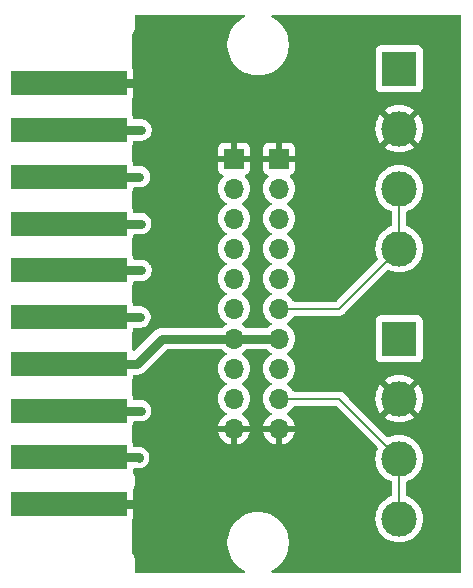
<source format=gtl>
G04 #@! TF.GenerationSoftware,KiCad,Pcbnew,8.0.3*
G04 #@! TF.CreationDate,2024-06-20T09:06:03+12:00*
G04 #@! TF.ProjectId,crt_card_edge_adapter,6372745f-6361-4726-945f-656467655f61,rev?*
G04 #@! TF.SameCoordinates,Original*
G04 #@! TF.FileFunction,Copper,L1,Top*
G04 #@! TF.FilePolarity,Positive*
%FSLAX46Y46*%
G04 Gerber Fmt 4.6, Leading zero omitted, Abs format (unit mm)*
G04 Created by KiCad (PCBNEW 8.0.3) date 2024-06-20 09:06:03*
%MOMM*%
%LPD*%
G01*
G04 APERTURE LIST*
G04 #@! TA.AperFunction,ComponentPad*
%ADD10R,3.000000X3.000000*%
G04 #@! TD*
G04 #@! TA.AperFunction,ComponentPad*
%ADD11C,3.000000*%
G04 #@! TD*
G04 #@! TA.AperFunction,ConnectorPad*
%ADD12R,9.800000X2.100000*%
G04 #@! TD*
G04 #@! TA.AperFunction,ComponentPad*
%ADD13R,1.700000X1.700000*%
G04 #@! TD*
G04 #@! TA.AperFunction,ComponentPad*
%ADD14O,1.700000X1.700000*%
G04 #@! TD*
G04 #@! TA.AperFunction,ViaPad*
%ADD15C,0.600000*%
G04 #@! TD*
G04 #@! TA.AperFunction,Conductor*
%ADD16C,0.800000*%
G04 #@! TD*
G04 #@! TA.AperFunction,Conductor*
%ADD17C,0.200000*%
G04 #@! TD*
G04 APERTURE END LIST*
D10*
X119380000Y-73660000D03*
D11*
X119380000Y-78740000D03*
X119380000Y-83820000D03*
X119380000Y-88900000D03*
D10*
X119380000Y-96520000D03*
D11*
X119380000Y-101600000D03*
X119380000Y-106680000D03*
X119380000Y-111760000D03*
D12*
X91440000Y-74890000D03*
X91440000Y-78850000D03*
X91440000Y-82810000D03*
X91440000Y-86770000D03*
X91440000Y-90730000D03*
X91440000Y-94690000D03*
X91440000Y-98650000D03*
X91440000Y-102610000D03*
X91440000Y-106570000D03*
X91440000Y-110530000D03*
D13*
X105410000Y-81280000D03*
D14*
X105410000Y-83820000D03*
X105410000Y-86360000D03*
X105410000Y-88900000D03*
X105410000Y-91440000D03*
X105410000Y-93980000D03*
X105410000Y-96520000D03*
X105410000Y-99060000D03*
X105410000Y-101600000D03*
X105410000Y-104140000D03*
D13*
X109220000Y-81280000D03*
D14*
X109220000Y-83820000D03*
X109220000Y-86360000D03*
X109220000Y-88900000D03*
X109220000Y-91440000D03*
X109220000Y-93980000D03*
X109220000Y-96520000D03*
X109220000Y-99060000D03*
X109220000Y-101600000D03*
X109220000Y-104140000D03*
D15*
X97282000Y-110530000D03*
X97536000Y-74930000D03*
X97231200Y-98602800D03*
X97536000Y-90728800D03*
X97383600Y-82804000D03*
X97536000Y-78841600D03*
X97485200Y-102616000D03*
X97485200Y-86766400D03*
X97434400Y-94691200D03*
X97332800Y-106578400D03*
D16*
X97282000Y-110530000D02*
X91440000Y-110530000D01*
X91440000Y-74890000D02*
X97496000Y-74890000D01*
X97496000Y-74890000D02*
X97536000Y-74930000D01*
X99314000Y-96520000D02*
X105410000Y-96520000D01*
X91440000Y-98650000D02*
X97184000Y-98650000D01*
X105410000Y-96520000D02*
X109220000Y-96520000D01*
X97231200Y-98602800D02*
X99314000Y-96520000D01*
X97184000Y-98650000D02*
X97231200Y-98602800D01*
X91440000Y-90730000D02*
X97534800Y-90730000D01*
X97534800Y-90730000D02*
X97536000Y-90728800D01*
X97377600Y-82810000D02*
X97383600Y-82804000D01*
X91440000Y-82810000D02*
X97377600Y-82810000D01*
X91440000Y-78850000D02*
X97527600Y-78850000D01*
X97527600Y-78850000D02*
X97536000Y-78841600D01*
X91440000Y-102610000D02*
X97479200Y-102610000D01*
X97479200Y-102610000D02*
X97485200Y-102616000D01*
X97481600Y-86770000D02*
X97485200Y-86766400D01*
X91440000Y-86770000D02*
X97481600Y-86770000D01*
X97433200Y-94690000D02*
X97434400Y-94691200D01*
X91440000Y-94690000D02*
X97433200Y-94690000D01*
D17*
X109220000Y-93980000D02*
X114300000Y-93980000D01*
X119380000Y-88900000D02*
X119380000Y-83820000D01*
X114300000Y-93980000D02*
X119380000Y-88900000D01*
D16*
X91440000Y-106570000D02*
X97324400Y-106570000D01*
X97324400Y-106570000D02*
X97332800Y-106578400D01*
D17*
X119380000Y-106680000D02*
X119380000Y-111760000D01*
X114300000Y-101600000D02*
X109220000Y-101600000D01*
X119380000Y-106680000D02*
X114300000Y-101600000D01*
G04 #@! TA.AperFunction,Conductor*
G36*
X106262155Y-69100185D02*
G01*
X106307910Y-69152989D01*
X106317854Y-69222147D01*
X106288829Y-69285703D01*
X106248918Y-69316220D01*
X106182109Y-69348393D01*
X105934795Y-69503791D01*
X105706435Y-69685901D01*
X105499901Y-69892435D01*
X105317791Y-70120795D01*
X105162393Y-70368109D01*
X105035665Y-70631261D01*
X104939197Y-70906953D01*
X104939196Y-70906955D01*
X104874202Y-71191714D01*
X104874199Y-71191728D01*
X104841500Y-71481952D01*
X104841500Y-71774047D01*
X104874199Y-72064271D01*
X104874201Y-72064283D01*
X104874202Y-72064286D01*
X104885122Y-72112128D01*
X104939196Y-72349044D01*
X104939197Y-72349046D01*
X105035665Y-72624738D01*
X105162393Y-72887890D01*
X105162395Y-72887893D01*
X105317792Y-73135206D01*
X105499902Y-73363565D01*
X105706435Y-73570098D01*
X105934794Y-73752208D01*
X106182107Y-73907605D01*
X106445263Y-74034335D01*
X106720955Y-74130803D01*
X107005714Y-74195798D01*
X107005723Y-74195799D01*
X107005728Y-74195800D01*
X107199210Y-74217599D01*
X107295953Y-74228499D01*
X107295956Y-74228500D01*
X107295959Y-74228500D01*
X107588044Y-74228500D01*
X107588045Y-74228499D01*
X107736371Y-74211787D01*
X107878271Y-74195800D01*
X107878274Y-74195799D01*
X107878286Y-74195798D01*
X108163045Y-74130803D01*
X108438737Y-74034335D01*
X108701893Y-73907605D01*
X108949206Y-73752208D01*
X109177565Y-73570098D01*
X109384098Y-73363565D01*
X109566208Y-73135206D01*
X109721605Y-72887893D01*
X109848335Y-72624737D01*
X109944803Y-72349045D01*
X109998877Y-72112135D01*
X117379500Y-72112135D01*
X117379500Y-75207870D01*
X117379501Y-75207876D01*
X117385908Y-75267483D01*
X117436202Y-75402328D01*
X117436206Y-75402335D01*
X117522452Y-75517544D01*
X117522455Y-75517547D01*
X117637664Y-75603793D01*
X117637671Y-75603797D01*
X117772517Y-75654091D01*
X117772516Y-75654091D01*
X117779444Y-75654835D01*
X117832127Y-75660500D01*
X120927872Y-75660499D01*
X120987483Y-75654091D01*
X121122331Y-75603796D01*
X121237546Y-75517546D01*
X121323796Y-75402331D01*
X121374091Y-75267483D01*
X121380500Y-75207873D01*
X121380499Y-72112128D01*
X121374091Y-72052517D01*
X121323796Y-71917669D01*
X121323795Y-71917668D01*
X121323793Y-71917664D01*
X121237547Y-71802455D01*
X121237544Y-71802452D01*
X121122335Y-71716206D01*
X121122328Y-71716202D01*
X120987482Y-71665908D01*
X120987483Y-71665908D01*
X120927883Y-71659501D01*
X120927881Y-71659500D01*
X120927873Y-71659500D01*
X120927864Y-71659500D01*
X117832129Y-71659500D01*
X117832123Y-71659501D01*
X117772516Y-71665908D01*
X117637671Y-71716202D01*
X117637664Y-71716206D01*
X117522455Y-71802452D01*
X117522452Y-71802455D01*
X117436206Y-71917664D01*
X117436202Y-71917671D01*
X117385908Y-72052517D01*
X117379501Y-72112116D01*
X117379501Y-72112123D01*
X117379500Y-72112135D01*
X109998877Y-72112135D01*
X110009798Y-72064286D01*
X110042500Y-71774041D01*
X110042500Y-71481959D01*
X110009798Y-71191714D01*
X109944803Y-70906955D01*
X109848335Y-70631263D01*
X109766917Y-70462198D01*
X109721606Y-70368109D01*
X109721605Y-70368107D01*
X109566208Y-70120794D01*
X109384098Y-69892435D01*
X109177565Y-69685902D01*
X108949206Y-69503792D01*
X108701893Y-69348395D01*
X108701890Y-69348393D01*
X108635082Y-69316220D01*
X108583223Y-69269397D01*
X108564910Y-69201970D01*
X108585958Y-69135346D01*
X108639684Y-69090678D01*
X108688884Y-69080500D01*
X124470500Y-69080500D01*
X124537539Y-69100185D01*
X124583294Y-69152989D01*
X124594500Y-69204500D01*
X124594500Y-116215500D01*
X124574815Y-116282539D01*
X124522011Y-116328294D01*
X124470500Y-116339500D01*
X108688884Y-116339500D01*
X108621845Y-116319815D01*
X108576090Y-116267011D01*
X108566146Y-116197853D01*
X108595171Y-116134297D01*
X108635082Y-116103780D01*
X108663431Y-116090127D01*
X108701893Y-116071605D01*
X108949206Y-115916208D01*
X109177565Y-115734098D01*
X109384098Y-115527565D01*
X109566208Y-115299206D01*
X109721605Y-115051893D01*
X109848335Y-114788737D01*
X109944803Y-114513045D01*
X110009798Y-114228286D01*
X110042500Y-113938041D01*
X110042500Y-113645959D01*
X110020109Y-113447226D01*
X110009800Y-113355728D01*
X110009799Y-113355723D01*
X110009798Y-113355714D01*
X109944803Y-113070955D01*
X109848335Y-112795263D01*
X109721605Y-112532107D01*
X109566208Y-112284794D01*
X109384098Y-112056435D01*
X109177565Y-111849902D01*
X108949206Y-111667792D01*
X108701893Y-111512395D01*
X108701890Y-111512393D01*
X108438738Y-111385665D01*
X108163046Y-111289197D01*
X108163044Y-111289196D01*
X107943280Y-111239036D01*
X107878286Y-111224202D01*
X107878283Y-111224201D01*
X107878271Y-111224199D01*
X107588047Y-111191500D01*
X107588041Y-111191500D01*
X107295959Y-111191500D01*
X107295952Y-111191500D01*
X107005728Y-111224199D01*
X107005714Y-111224202D01*
X106720955Y-111289196D01*
X106720953Y-111289197D01*
X106445261Y-111385665D01*
X106182109Y-111512393D01*
X105934795Y-111667791D01*
X105706435Y-111849901D01*
X105499901Y-112056435D01*
X105317791Y-112284795D01*
X105162393Y-112532109D01*
X105035665Y-112795261D01*
X104939197Y-113070953D01*
X104939196Y-113070955D01*
X104874202Y-113355714D01*
X104874199Y-113355728D01*
X104841500Y-113645952D01*
X104841500Y-113938047D01*
X104874199Y-114228271D01*
X104874202Y-114228285D01*
X104939196Y-114513044D01*
X104939197Y-114513046D01*
X105035665Y-114788738D01*
X105162393Y-115051890D01*
X105162395Y-115051893D01*
X105317792Y-115299206D01*
X105499902Y-115527565D01*
X105706435Y-115734098D01*
X105934794Y-115916208D01*
X106182107Y-116071605D01*
X106182109Y-116071606D01*
X106248918Y-116103780D01*
X106300777Y-116150603D01*
X106319090Y-116218030D01*
X106298042Y-116284654D01*
X106244316Y-116329322D01*
X106195116Y-116339500D01*
X97144500Y-116339500D01*
X97077461Y-116319815D01*
X97031706Y-116267011D01*
X97020500Y-116215500D01*
X97020500Y-115373398D01*
X97017612Y-115353308D01*
X96990157Y-115162362D01*
X96939695Y-114990500D01*
X96930094Y-114957801D01*
X96930089Y-114957789D01*
X96841528Y-114763866D01*
X96841519Y-114763850D01*
X96793685Y-114689419D01*
X96774000Y-114622379D01*
X96774000Y-111869537D01*
X96781818Y-111826203D01*
X96833597Y-111687376D01*
X96833598Y-111687372D01*
X96839999Y-111627844D01*
X96840000Y-111627827D01*
X96840000Y-110780000D01*
X96774000Y-110780000D01*
X96774000Y-110280000D01*
X96840000Y-110280000D01*
X96840000Y-109432172D01*
X96839999Y-109432155D01*
X96833598Y-109372627D01*
X96833598Y-109372626D01*
X96831548Y-109367130D01*
X96826561Y-109297438D01*
X96837242Y-109267501D01*
X96911301Y-109122153D01*
X96983799Y-108899026D01*
X97020500Y-108667305D01*
X97020500Y-108432695D01*
X96983799Y-108200974D01*
X96916353Y-107993395D01*
X96911302Y-107977849D01*
X96876129Y-107908818D01*
X96837550Y-107833104D01*
X96824655Y-107764436D01*
X96831854Y-107733478D01*
X96834091Y-107727483D01*
X96840500Y-107667873D01*
X96840500Y-107594500D01*
X96860185Y-107527461D01*
X96912989Y-107481706D01*
X96964500Y-107470500D01*
X97189666Y-107470500D01*
X97213858Y-107472883D01*
X97244106Y-107478900D01*
X97244108Y-107478900D01*
X97421493Y-107478900D01*
X97421494Y-107478899D01*
X97595466Y-107444294D01*
X97759346Y-107376412D01*
X97906835Y-107277863D01*
X98032263Y-107152435D01*
X98130812Y-107004946D01*
X98198694Y-106841066D01*
X98233300Y-106667091D01*
X98233300Y-106489708D01*
X98233300Y-106489705D01*
X98198695Y-106315739D01*
X98198694Y-106315738D01*
X98198694Y-106315734D01*
X98130812Y-106151853D01*
X98130811Y-106151852D01*
X98130808Y-106151846D01*
X98032265Y-106004367D01*
X98032263Y-106004364D01*
X97898436Y-105870536D01*
X97839359Y-105831063D01*
X97839358Y-105831061D01*
X97750944Y-105771985D01*
X97750942Y-105771984D01*
X97669007Y-105738046D01*
X97669006Y-105738046D01*
X97587066Y-105704105D01*
X97587058Y-105704103D01*
X97413096Y-105669500D01*
X97413092Y-105669500D01*
X97413091Y-105669500D01*
X96964499Y-105669500D01*
X96897460Y-105649815D01*
X96851705Y-105597011D01*
X96840499Y-105545500D01*
X96840499Y-105472129D01*
X96840498Y-105472123D01*
X96834091Y-105412516D01*
X96781818Y-105272364D01*
X96774000Y-105229031D01*
X96774000Y-103950966D01*
X96781818Y-103907632D01*
X96783794Y-103902333D01*
X96783796Y-103902331D01*
X96834091Y-103767483D01*
X96840500Y-103707873D01*
X96840500Y-103634500D01*
X96860185Y-103567461D01*
X96912989Y-103521706D01*
X96964500Y-103510500D01*
X97354132Y-103510500D01*
X97378322Y-103512882D01*
X97396508Y-103516500D01*
X97573893Y-103516500D01*
X97573894Y-103516499D01*
X97747866Y-103481894D01*
X97911746Y-103414012D01*
X98059235Y-103315463D01*
X98184663Y-103190035D01*
X98283212Y-103042546D01*
X98351094Y-102878666D01*
X98385700Y-102704691D01*
X98385700Y-102527308D01*
X98385700Y-102527305D01*
X98351095Y-102353339D01*
X98351094Y-102353338D01*
X98351094Y-102353334D01*
X98283212Y-102189453D01*
X98283211Y-102189452D01*
X98283208Y-102189446D01*
X98184665Y-102041967D01*
X98184663Y-102041964D01*
X98053236Y-101910536D01*
X97994159Y-101871063D01*
X97994158Y-101871061D01*
X97905744Y-101811985D01*
X97905742Y-101811984D01*
X97823807Y-101778046D01*
X97823806Y-101778046D01*
X97741866Y-101744105D01*
X97741858Y-101744103D01*
X97567896Y-101709500D01*
X97567892Y-101709500D01*
X97567891Y-101709500D01*
X96964499Y-101709500D01*
X96897460Y-101689815D01*
X96851705Y-101637011D01*
X96840499Y-101585500D01*
X96840499Y-101512129D01*
X96840498Y-101512123D01*
X96834091Y-101452516D01*
X96781818Y-101312364D01*
X96774000Y-101269031D01*
X96774000Y-99990966D01*
X96781818Y-99947632D01*
X96783794Y-99942333D01*
X96783796Y-99942331D01*
X96834091Y-99807483D01*
X96840500Y-99747873D01*
X96840500Y-99674500D01*
X96860185Y-99607461D01*
X96912989Y-99561706D01*
X96964500Y-99550500D01*
X97272693Y-99550500D01*
X97272694Y-99550499D01*
X97446666Y-99515895D01*
X97528606Y-99481953D01*
X97610547Y-99448013D01*
X97700111Y-99388168D01*
X97758036Y-99349464D01*
X97930664Y-99176836D01*
X99650681Y-97456819D01*
X99712004Y-97423334D01*
X99738362Y-97420500D01*
X104349242Y-97420500D01*
X104416281Y-97440185D01*
X104436923Y-97456819D01*
X104538597Y-97558493D01*
X104538603Y-97558498D01*
X104724158Y-97688425D01*
X104767783Y-97743002D01*
X104774977Y-97812500D01*
X104743454Y-97874855D01*
X104724158Y-97891575D01*
X104538597Y-98021505D01*
X104371505Y-98188597D01*
X104235965Y-98382169D01*
X104235964Y-98382171D01*
X104136098Y-98596335D01*
X104136094Y-98596344D01*
X104074938Y-98824586D01*
X104074936Y-98824596D01*
X104054341Y-99059999D01*
X104054341Y-99060000D01*
X104074936Y-99295403D01*
X104074938Y-99295413D01*
X104136094Y-99523655D01*
X104136096Y-99523659D01*
X104136097Y-99523663D01*
X104175173Y-99607461D01*
X104235965Y-99737830D01*
X104235967Y-99737834D01*
X104371501Y-99931395D01*
X104371506Y-99931402D01*
X104538597Y-100098493D01*
X104538603Y-100098498D01*
X104724158Y-100228425D01*
X104767783Y-100283002D01*
X104774977Y-100352500D01*
X104743454Y-100414855D01*
X104724158Y-100431575D01*
X104538597Y-100561505D01*
X104371505Y-100728597D01*
X104235965Y-100922169D01*
X104235964Y-100922171D01*
X104136098Y-101136335D01*
X104136094Y-101136344D01*
X104074938Y-101364586D01*
X104074936Y-101364596D01*
X104054341Y-101599999D01*
X104054341Y-101600000D01*
X104074936Y-101835403D01*
X104074938Y-101835413D01*
X104136094Y-102063655D01*
X104136096Y-102063659D01*
X104136097Y-102063663D01*
X104208839Y-102219658D01*
X104235965Y-102277830D01*
X104235967Y-102277834D01*
X104371501Y-102471395D01*
X104371506Y-102471402D01*
X104538597Y-102638493D01*
X104538603Y-102638498D01*
X104724594Y-102768730D01*
X104768219Y-102823307D01*
X104775413Y-102892805D01*
X104743890Y-102955160D01*
X104724595Y-102971880D01*
X104538922Y-103101890D01*
X104538920Y-103101891D01*
X104371891Y-103268920D01*
X104371886Y-103268926D01*
X104236400Y-103462420D01*
X104236399Y-103462422D01*
X104136570Y-103676507D01*
X104136567Y-103676513D01*
X104079364Y-103889999D01*
X104079364Y-103890000D01*
X104976988Y-103890000D01*
X104944075Y-103947007D01*
X104910000Y-104074174D01*
X104910000Y-104205826D01*
X104944075Y-104332993D01*
X104976988Y-104390000D01*
X104079364Y-104390000D01*
X104136567Y-104603486D01*
X104136570Y-104603492D01*
X104236399Y-104817578D01*
X104371894Y-105011082D01*
X104538917Y-105178105D01*
X104732421Y-105313600D01*
X104946507Y-105413429D01*
X104946516Y-105413433D01*
X105160000Y-105470634D01*
X105160000Y-104573012D01*
X105217007Y-104605925D01*
X105344174Y-104640000D01*
X105475826Y-104640000D01*
X105602993Y-104605925D01*
X105660000Y-104573012D01*
X105660000Y-105470633D01*
X105873483Y-105413433D01*
X105873492Y-105413429D01*
X106087578Y-105313600D01*
X106281082Y-105178105D01*
X106448105Y-105011082D01*
X106583600Y-104817578D01*
X106683429Y-104603492D01*
X106683432Y-104603486D01*
X106740636Y-104390000D01*
X105843012Y-104390000D01*
X105875925Y-104332993D01*
X105910000Y-104205826D01*
X105910000Y-104074174D01*
X105875925Y-103947007D01*
X105843012Y-103890000D01*
X106740636Y-103890000D01*
X106740635Y-103889999D01*
X106683432Y-103676513D01*
X106683429Y-103676507D01*
X106583600Y-103462422D01*
X106583599Y-103462420D01*
X106448113Y-103268926D01*
X106448108Y-103268920D01*
X106281078Y-103101890D01*
X106095405Y-102971879D01*
X106051780Y-102917302D01*
X106044588Y-102847804D01*
X106076110Y-102785449D01*
X106095406Y-102768730D01*
X106281401Y-102638495D01*
X106448495Y-102471401D01*
X106584035Y-102277830D01*
X106683903Y-102063663D01*
X106745063Y-101835408D01*
X106765659Y-101600000D01*
X106745063Y-101364592D01*
X106683903Y-101136337D01*
X106584035Y-100922171D01*
X106584034Y-100922169D01*
X106448494Y-100728597D01*
X106281402Y-100561506D01*
X106281396Y-100561501D01*
X106095842Y-100431575D01*
X106052217Y-100376998D01*
X106045023Y-100307500D01*
X106076546Y-100245145D01*
X106095842Y-100228425D01*
X106144876Y-100194091D01*
X106281401Y-100098495D01*
X106448495Y-99931401D01*
X106584035Y-99737830D01*
X106683903Y-99523663D01*
X106745063Y-99295408D01*
X106765659Y-99060000D01*
X106745063Y-98824592D01*
X106683903Y-98596337D01*
X106584035Y-98382171D01*
X106580798Y-98377547D01*
X106448494Y-98188597D01*
X106281402Y-98021506D01*
X106281396Y-98021501D01*
X106095842Y-97891575D01*
X106052217Y-97836998D01*
X106045023Y-97767500D01*
X106076546Y-97705145D01*
X106095842Y-97688425D01*
X106279367Y-97559919D01*
X106281401Y-97558495D01*
X106383077Y-97456819D01*
X106444400Y-97423334D01*
X106470758Y-97420500D01*
X108159242Y-97420500D01*
X108226281Y-97440185D01*
X108246923Y-97456819D01*
X108348597Y-97558493D01*
X108348603Y-97558498D01*
X108534158Y-97688425D01*
X108577783Y-97743002D01*
X108584977Y-97812500D01*
X108553454Y-97874855D01*
X108534158Y-97891575D01*
X108348597Y-98021505D01*
X108181505Y-98188597D01*
X108045965Y-98382169D01*
X108045964Y-98382171D01*
X107946098Y-98596335D01*
X107946094Y-98596344D01*
X107884938Y-98824586D01*
X107884936Y-98824596D01*
X107864341Y-99059999D01*
X107864341Y-99060000D01*
X107884936Y-99295403D01*
X107884938Y-99295413D01*
X107946094Y-99523655D01*
X107946096Y-99523659D01*
X107946097Y-99523663D01*
X107985173Y-99607461D01*
X108045965Y-99737830D01*
X108045967Y-99737834D01*
X108181501Y-99931395D01*
X108181506Y-99931402D01*
X108348597Y-100098493D01*
X108348603Y-100098498D01*
X108534158Y-100228425D01*
X108577783Y-100283002D01*
X108584977Y-100352500D01*
X108553454Y-100414855D01*
X108534158Y-100431575D01*
X108348597Y-100561505D01*
X108181505Y-100728597D01*
X108045965Y-100922169D01*
X108045964Y-100922171D01*
X107946098Y-101136335D01*
X107946094Y-101136344D01*
X107884938Y-101364586D01*
X107884936Y-101364596D01*
X107864341Y-101599999D01*
X107864341Y-101600000D01*
X107884936Y-101835403D01*
X107884938Y-101835413D01*
X107946094Y-102063655D01*
X107946096Y-102063659D01*
X107946097Y-102063663D01*
X108018839Y-102219658D01*
X108045965Y-102277830D01*
X108045967Y-102277834D01*
X108181501Y-102471395D01*
X108181506Y-102471402D01*
X108348597Y-102638493D01*
X108348603Y-102638498D01*
X108534594Y-102768730D01*
X108578219Y-102823307D01*
X108585413Y-102892805D01*
X108553890Y-102955160D01*
X108534595Y-102971880D01*
X108348922Y-103101890D01*
X108348920Y-103101891D01*
X108181891Y-103268920D01*
X108181886Y-103268926D01*
X108046400Y-103462420D01*
X108046399Y-103462422D01*
X107946570Y-103676507D01*
X107946567Y-103676513D01*
X107889364Y-103889999D01*
X107889364Y-103890000D01*
X108786988Y-103890000D01*
X108754075Y-103947007D01*
X108720000Y-104074174D01*
X108720000Y-104205826D01*
X108754075Y-104332993D01*
X108786988Y-104390000D01*
X107889364Y-104390000D01*
X107946567Y-104603486D01*
X107946570Y-104603492D01*
X108046399Y-104817578D01*
X108181894Y-105011082D01*
X108348917Y-105178105D01*
X108542421Y-105313600D01*
X108756507Y-105413429D01*
X108756516Y-105413433D01*
X108970000Y-105470634D01*
X108970000Y-104573012D01*
X109027007Y-104605925D01*
X109154174Y-104640000D01*
X109285826Y-104640000D01*
X109412993Y-104605925D01*
X109470000Y-104573012D01*
X109470000Y-105470633D01*
X109683483Y-105413433D01*
X109683492Y-105413429D01*
X109897578Y-105313600D01*
X110091082Y-105178105D01*
X110258105Y-105011082D01*
X110393600Y-104817578D01*
X110493429Y-104603492D01*
X110493432Y-104603486D01*
X110550636Y-104390000D01*
X109653012Y-104390000D01*
X109685925Y-104332993D01*
X109720000Y-104205826D01*
X109720000Y-104074174D01*
X109685925Y-103947007D01*
X109653012Y-103890000D01*
X110550636Y-103890000D01*
X110550635Y-103889999D01*
X110493432Y-103676513D01*
X110493429Y-103676507D01*
X110393600Y-103462422D01*
X110393599Y-103462420D01*
X110258113Y-103268926D01*
X110258108Y-103268920D01*
X110091078Y-103101890D01*
X109905405Y-102971879D01*
X109861780Y-102917302D01*
X109854588Y-102847804D01*
X109886110Y-102785449D01*
X109905406Y-102768730D01*
X110091401Y-102638495D01*
X110258495Y-102471401D01*
X110394035Y-102277830D01*
X110396707Y-102272097D01*
X110442878Y-102219658D01*
X110509091Y-102200500D01*
X113999903Y-102200500D01*
X114066942Y-102220185D01*
X114087584Y-102236819D01*
X117540137Y-105689372D01*
X117573622Y-105750695D01*
X117568638Y-105820387D01*
X117561291Y-105836475D01*
X117555635Y-105846833D01*
X117455628Y-106114962D01*
X117394804Y-106394566D01*
X117374390Y-106679998D01*
X117374390Y-106680001D01*
X117394804Y-106965433D01*
X117455628Y-107245037D01*
X117455630Y-107245043D01*
X117455631Y-107245046D01*
X117529947Y-107444294D01*
X117555635Y-107513166D01*
X117692770Y-107764309D01*
X117692775Y-107764317D01*
X117864254Y-107993387D01*
X117864270Y-107993405D01*
X118066594Y-108195729D01*
X118066612Y-108195745D01*
X118295682Y-108367224D01*
X118295690Y-108367229D01*
X118546833Y-108504364D01*
X118546837Y-108504366D01*
X118546839Y-108504367D01*
X118698835Y-108561058D01*
X118754767Y-108602928D01*
X118779184Y-108668392D01*
X118779500Y-108677239D01*
X118779500Y-109762759D01*
X118759815Y-109829798D01*
X118707011Y-109875553D01*
X118698834Y-109878940D01*
X118546845Y-109935630D01*
X118546833Y-109935635D01*
X118295690Y-110072770D01*
X118295682Y-110072775D01*
X118066612Y-110244254D01*
X118066594Y-110244270D01*
X117864270Y-110446594D01*
X117864254Y-110446612D01*
X117692775Y-110675682D01*
X117692770Y-110675690D01*
X117555635Y-110926833D01*
X117455628Y-111194962D01*
X117394804Y-111474566D01*
X117374390Y-111759998D01*
X117374390Y-111760001D01*
X117394804Y-112045433D01*
X117455628Y-112325037D01*
X117555635Y-112593166D01*
X117692770Y-112844309D01*
X117692775Y-112844317D01*
X117864254Y-113073387D01*
X117864270Y-113073405D01*
X118066594Y-113275729D01*
X118066612Y-113275745D01*
X118295682Y-113447224D01*
X118295690Y-113447229D01*
X118546833Y-113584364D01*
X118546832Y-113584364D01*
X118546836Y-113584365D01*
X118546839Y-113584367D01*
X118814954Y-113684369D01*
X118814960Y-113684370D01*
X118814962Y-113684371D01*
X119094566Y-113745195D01*
X119094568Y-113745195D01*
X119094572Y-113745196D01*
X119348220Y-113763337D01*
X119379999Y-113765610D01*
X119380000Y-113765610D01*
X119380001Y-113765610D01*
X119408595Y-113763564D01*
X119665428Y-113745196D01*
X119945046Y-113684369D01*
X120213161Y-113584367D01*
X120464315Y-113447226D01*
X120693395Y-113275739D01*
X120895739Y-113073395D01*
X121067226Y-112844315D01*
X121204367Y-112593161D01*
X121304369Y-112325046D01*
X121365196Y-112045428D01*
X121385610Y-111760000D01*
X121365196Y-111474572D01*
X121324870Y-111289197D01*
X121304371Y-111194962D01*
X121304370Y-111194960D01*
X121304369Y-111194954D01*
X121204367Y-110926839D01*
X121067226Y-110675685D01*
X121067224Y-110675682D01*
X120895745Y-110446612D01*
X120895729Y-110446594D01*
X120693405Y-110244270D01*
X120693387Y-110244254D01*
X120464317Y-110072775D01*
X120464309Y-110072770D01*
X120213166Y-109935635D01*
X120213154Y-109935630D01*
X120061166Y-109878940D01*
X120005232Y-109837069D01*
X119980816Y-109771604D01*
X119980500Y-109762759D01*
X119980500Y-108677239D01*
X120000185Y-108610200D01*
X120052989Y-108564445D01*
X120061147Y-108561064D01*
X120213161Y-108504367D01*
X120464315Y-108367226D01*
X120693395Y-108195739D01*
X120895739Y-107993395D01*
X121067226Y-107764315D01*
X121204367Y-107513161D01*
X121304369Y-107245046D01*
X121324515Y-107152435D01*
X121365195Y-106965433D01*
X121365195Y-106965432D01*
X121365196Y-106965428D01*
X121385610Y-106680000D01*
X121365196Y-106394572D01*
X121312396Y-106151855D01*
X121304371Y-106114962D01*
X121304370Y-106114960D01*
X121304369Y-106114954D01*
X121204367Y-105846839D01*
X121163493Y-105771985D01*
X121067229Y-105595690D01*
X121067224Y-105595682D01*
X120895745Y-105366612D01*
X120895729Y-105366594D01*
X120693405Y-105164270D01*
X120693387Y-105164254D01*
X120464317Y-104992775D01*
X120464309Y-104992770D01*
X120213166Y-104855635D01*
X120213167Y-104855635D01*
X120105915Y-104815632D01*
X119945046Y-104755631D01*
X119945043Y-104755630D01*
X119945037Y-104755628D01*
X119665433Y-104694804D01*
X119380001Y-104674390D01*
X119379999Y-104674390D01*
X119094566Y-104694804D01*
X118814962Y-104755628D01*
X118546833Y-104855635D01*
X118536475Y-104861291D01*
X118468201Y-104876140D01*
X118402738Y-104851719D01*
X118389372Y-104840137D01*
X115149233Y-101599998D01*
X117374891Y-101599998D01*
X117374891Y-101600001D01*
X117395300Y-101885362D01*
X117456109Y-102164895D01*
X117556091Y-102432958D01*
X117693191Y-102684038D01*
X117693196Y-102684046D01*
X117799882Y-102826561D01*
X117799883Y-102826562D01*
X118694767Y-101931677D01*
X118706497Y-101959995D01*
X118789670Y-102084472D01*
X118895528Y-102190330D01*
X119020005Y-102273503D01*
X119048320Y-102285231D01*
X118153436Y-103180115D01*
X118295960Y-103286807D01*
X118295961Y-103286808D01*
X118547042Y-103423908D01*
X118547041Y-103423908D01*
X118815104Y-103523890D01*
X119094637Y-103584699D01*
X119379999Y-103605109D01*
X119380001Y-103605109D01*
X119665362Y-103584699D01*
X119944895Y-103523890D01*
X120212958Y-103423908D01*
X120464047Y-103286803D01*
X120606561Y-103180116D01*
X120606562Y-103180115D01*
X119711679Y-102285231D01*
X119739995Y-102273503D01*
X119864472Y-102190330D01*
X119970330Y-102084472D01*
X120053503Y-101959995D01*
X120065231Y-101931678D01*
X120960115Y-102826562D01*
X120960116Y-102826561D01*
X121066803Y-102684047D01*
X121203908Y-102432958D01*
X121303890Y-102164895D01*
X121364699Y-101885362D01*
X121385109Y-101600001D01*
X121385109Y-101599998D01*
X121364699Y-101314637D01*
X121303890Y-101035104D01*
X121203908Y-100767041D01*
X121066808Y-100515961D01*
X121066807Y-100515960D01*
X120960115Y-100373436D01*
X120065231Y-101268320D01*
X120053503Y-101240005D01*
X119970330Y-101115528D01*
X119864472Y-101009670D01*
X119739995Y-100926497D01*
X119711678Y-100914767D01*
X120606562Y-100019883D01*
X120606561Y-100019882D01*
X120464046Y-99913196D01*
X120464038Y-99913191D01*
X120212957Y-99776091D01*
X120212958Y-99776091D01*
X119944895Y-99676109D01*
X119665362Y-99615300D01*
X119380001Y-99594891D01*
X119379999Y-99594891D01*
X119094637Y-99615300D01*
X118815104Y-99676109D01*
X118547041Y-99776091D01*
X118295961Y-99913191D01*
X118295953Y-99913196D01*
X118153437Y-100019882D01*
X118153436Y-100019883D01*
X119048321Y-100914767D01*
X119020005Y-100926497D01*
X118895528Y-101009670D01*
X118789670Y-101115528D01*
X118706497Y-101240005D01*
X118694768Y-101268321D01*
X117799883Y-100373436D01*
X117799882Y-100373437D01*
X117693196Y-100515953D01*
X117693191Y-100515961D01*
X117556091Y-100767041D01*
X117456109Y-101035104D01*
X117395300Y-101314637D01*
X117374891Y-101599998D01*
X115149233Y-101599998D01*
X114787590Y-101238355D01*
X114787588Y-101238352D01*
X114668717Y-101119481D01*
X114668716Y-101119480D01*
X114581904Y-101069360D01*
X114581904Y-101069359D01*
X114581900Y-101069358D01*
X114531785Y-101040423D01*
X114379057Y-100999499D01*
X114220943Y-100999499D01*
X114213347Y-100999499D01*
X114213331Y-100999500D01*
X110509091Y-100999500D01*
X110442052Y-100979815D01*
X110396711Y-100927909D01*
X110394037Y-100922175D01*
X110394034Y-100922170D01*
X110394033Y-100922169D01*
X110336002Y-100839290D01*
X110258494Y-100728597D01*
X110091402Y-100561506D01*
X110091396Y-100561501D01*
X109905842Y-100431575D01*
X109862217Y-100376998D01*
X109855023Y-100307500D01*
X109886546Y-100245145D01*
X109905842Y-100228425D01*
X109954876Y-100194091D01*
X110091401Y-100098495D01*
X110258495Y-99931401D01*
X110394035Y-99737830D01*
X110493903Y-99523663D01*
X110555063Y-99295408D01*
X110575659Y-99060000D01*
X110555063Y-98824592D01*
X110493903Y-98596337D01*
X110394035Y-98382171D01*
X110390798Y-98377547D01*
X110258494Y-98188597D01*
X110091402Y-98021506D01*
X110091396Y-98021501D01*
X109905842Y-97891575D01*
X109862217Y-97836998D01*
X109855023Y-97767500D01*
X109886546Y-97705145D01*
X109905842Y-97688425D01*
X110089367Y-97559919D01*
X110091401Y-97558495D01*
X110258495Y-97391401D01*
X110394035Y-97197830D01*
X110493903Y-96983663D01*
X110555063Y-96755408D01*
X110575659Y-96520000D01*
X110555063Y-96284592D01*
X110493903Y-96056337D01*
X110394035Y-95842171D01*
X110356023Y-95787883D01*
X110258494Y-95648597D01*
X110091402Y-95481506D01*
X110091396Y-95481501D01*
X109905842Y-95351575D01*
X109862217Y-95296998D01*
X109855023Y-95227500D01*
X109886546Y-95165145D01*
X109905842Y-95148425D01*
X109949653Y-95117748D01*
X110091401Y-95018495D01*
X110137761Y-94972135D01*
X117379500Y-94972135D01*
X117379500Y-98067870D01*
X117379501Y-98067876D01*
X117385908Y-98127483D01*
X117436202Y-98262328D01*
X117436206Y-98262335D01*
X117522452Y-98377544D01*
X117522455Y-98377547D01*
X117637664Y-98463793D01*
X117637671Y-98463797D01*
X117772517Y-98514091D01*
X117772516Y-98514091D01*
X117779444Y-98514835D01*
X117832127Y-98520500D01*
X120927872Y-98520499D01*
X120987483Y-98514091D01*
X121122331Y-98463796D01*
X121237546Y-98377546D01*
X121323796Y-98262331D01*
X121374091Y-98127483D01*
X121380500Y-98067873D01*
X121380499Y-94972128D01*
X121374091Y-94912517D01*
X121351296Y-94851401D01*
X121323797Y-94777671D01*
X121323793Y-94777664D01*
X121237547Y-94662455D01*
X121237544Y-94662452D01*
X121122335Y-94576206D01*
X121122328Y-94576202D01*
X120987482Y-94525908D01*
X120987483Y-94525908D01*
X120927883Y-94519501D01*
X120927881Y-94519500D01*
X120927873Y-94519500D01*
X120927864Y-94519500D01*
X117832129Y-94519500D01*
X117832123Y-94519501D01*
X117772516Y-94525908D01*
X117637671Y-94576202D01*
X117637664Y-94576206D01*
X117522455Y-94662452D01*
X117522452Y-94662455D01*
X117436206Y-94777664D01*
X117436202Y-94777671D01*
X117385908Y-94912517D01*
X117381464Y-94953858D01*
X117379501Y-94972123D01*
X117379500Y-94972135D01*
X110137761Y-94972135D01*
X110258495Y-94851401D01*
X110394035Y-94657830D01*
X110396707Y-94652097D01*
X110442878Y-94599658D01*
X110509091Y-94580500D01*
X114213331Y-94580500D01*
X114213347Y-94580501D01*
X114220943Y-94580501D01*
X114379054Y-94580501D01*
X114379057Y-94580501D01*
X114531785Y-94539577D01*
X114581904Y-94510639D01*
X114668716Y-94460520D01*
X114780520Y-94348716D01*
X114780520Y-94348714D01*
X114790728Y-94338507D01*
X114790730Y-94338504D01*
X118389374Y-90739859D01*
X118450695Y-90706376D01*
X118520387Y-90711360D01*
X118536474Y-90718707D01*
X118546839Y-90724367D01*
X118814954Y-90824369D01*
X118814960Y-90824370D01*
X118814962Y-90824371D01*
X119094566Y-90885195D01*
X119094568Y-90885195D01*
X119094572Y-90885196D01*
X119348220Y-90903337D01*
X119379999Y-90905610D01*
X119380000Y-90905610D01*
X119380001Y-90905610D01*
X119408595Y-90903564D01*
X119665428Y-90885196D01*
X119945046Y-90824369D01*
X120213161Y-90724367D01*
X120464315Y-90587226D01*
X120693395Y-90415739D01*
X120895739Y-90213395D01*
X121067226Y-89984315D01*
X121204367Y-89733161D01*
X121304369Y-89465046D01*
X121304371Y-89465037D01*
X121365195Y-89185433D01*
X121365195Y-89185432D01*
X121365196Y-89185428D01*
X121385610Y-88900000D01*
X121365196Y-88614572D01*
X121326423Y-88436337D01*
X121304371Y-88334962D01*
X121304370Y-88334960D01*
X121304369Y-88334954D01*
X121204367Y-88066839D01*
X121201905Y-88062331D01*
X121067229Y-87815690D01*
X121067224Y-87815682D01*
X120895745Y-87586612D01*
X120895729Y-87586594D01*
X120693405Y-87384270D01*
X120693387Y-87384254D01*
X120464317Y-87212775D01*
X120464309Y-87212770D01*
X120213166Y-87075635D01*
X120213154Y-87075630D01*
X120061166Y-87018940D01*
X120005232Y-86977069D01*
X119980816Y-86911604D01*
X119980500Y-86902759D01*
X119980500Y-85817239D01*
X120000185Y-85750200D01*
X120052989Y-85704445D01*
X120061147Y-85701064D01*
X120213161Y-85644367D01*
X120464315Y-85507226D01*
X120693395Y-85335739D01*
X120895739Y-85133395D01*
X121067226Y-84904315D01*
X121204367Y-84653161D01*
X121304369Y-84385046D01*
X121326423Y-84283664D01*
X121365195Y-84105433D01*
X121365195Y-84105432D01*
X121365196Y-84105428D01*
X121385610Y-83820000D01*
X121365196Y-83534572D01*
X121326423Y-83356337D01*
X121304371Y-83254962D01*
X121304370Y-83254960D01*
X121304369Y-83254954D01*
X121204367Y-82986839D01*
X121183486Y-82948599D01*
X121067229Y-82735690D01*
X121067224Y-82735682D01*
X120895745Y-82506612D01*
X120895729Y-82506594D01*
X120693405Y-82304270D01*
X120693387Y-82304254D01*
X120464317Y-82132775D01*
X120464309Y-82132770D01*
X120213166Y-81995635D01*
X120213167Y-81995635D01*
X120105915Y-81955632D01*
X119945046Y-81895631D01*
X119945043Y-81895630D01*
X119945037Y-81895628D01*
X119665433Y-81834804D01*
X119380001Y-81814390D01*
X119379999Y-81814390D01*
X119094566Y-81834804D01*
X118814962Y-81895628D01*
X118546833Y-81995635D01*
X118295690Y-82132770D01*
X118295682Y-82132775D01*
X118066612Y-82304254D01*
X118066594Y-82304270D01*
X117864270Y-82506594D01*
X117864254Y-82506612D01*
X117692775Y-82735682D01*
X117692770Y-82735690D01*
X117555635Y-82986833D01*
X117455628Y-83254962D01*
X117394804Y-83534566D01*
X117374390Y-83819998D01*
X117374390Y-83820001D01*
X117394804Y-84105433D01*
X117455628Y-84385037D01*
X117455630Y-84385043D01*
X117455631Y-84385046D01*
X117497699Y-84497834D01*
X117555635Y-84653166D01*
X117692770Y-84904309D01*
X117692775Y-84904317D01*
X117864254Y-85133387D01*
X117864270Y-85133405D01*
X118066594Y-85335729D01*
X118066612Y-85335745D01*
X118295682Y-85507224D01*
X118295690Y-85507229D01*
X118546833Y-85644364D01*
X118546837Y-85644366D01*
X118546839Y-85644367D01*
X118698835Y-85701058D01*
X118754767Y-85742928D01*
X118779184Y-85808392D01*
X118779500Y-85817239D01*
X118779500Y-86902759D01*
X118759815Y-86969798D01*
X118707011Y-87015553D01*
X118698834Y-87018940D01*
X118546845Y-87075630D01*
X118546833Y-87075635D01*
X118295690Y-87212770D01*
X118295682Y-87212775D01*
X118066612Y-87384254D01*
X118066594Y-87384270D01*
X117864270Y-87586594D01*
X117864254Y-87586612D01*
X117692775Y-87815682D01*
X117692770Y-87815690D01*
X117555635Y-88066833D01*
X117455628Y-88334962D01*
X117394804Y-88614566D01*
X117374390Y-88899998D01*
X117374390Y-88900001D01*
X117394804Y-89185433D01*
X117455628Y-89465037D01*
X117455630Y-89465043D01*
X117455631Y-89465046D01*
X117497699Y-89577834D01*
X117555634Y-89733163D01*
X117561288Y-89743517D01*
X117576140Y-89811790D01*
X117551724Y-89877254D01*
X117540137Y-89890626D01*
X114087584Y-93343181D01*
X114026261Y-93376666D01*
X113999903Y-93379500D01*
X110509091Y-93379500D01*
X110442052Y-93359815D01*
X110396711Y-93307909D01*
X110394037Y-93302175D01*
X110394034Y-93302170D01*
X110394033Y-93302169D01*
X110336002Y-93219290D01*
X110258494Y-93108597D01*
X110091402Y-92941506D01*
X110091396Y-92941501D01*
X109905842Y-92811575D01*
X109862217Y-92756998D01*
X109855023Y-92687500D01*
X109886546Y-92625145D01*
X109905842Y-92608425D01*
X109928026Y-92592891D01*
X110091401Y-92478495D01*
X110258495Y-92311401D01*
X110394035Y-92117830D01*
X110493903Y-91903663D01*
X110555063Y-91675408D01*
X110575659Y-91440000D01*
X110555063Y-91204592D01*
X110493903Y-90976337D01*
X110394035Y-90762171D01*
X110378414Y-90739861D01*
X110258494Y-90568597D01*
X110091402Y-90401506D01*
X110091396Y-90401501D01*
X109905842Y-90271575D01*
X109862217Y-90216998D01*
X109855023Y-90147500D01*
X109886546Y-90085145D01*
X109905842Y-90068425D01*
X109961667Y-90029336D01*
X110091401Y-89938495D01*
X110258495Y-89771401D01*
X110394035Y-89577830D01*
X110493903Y-89363663D01*
X110555063Y-89135408D01*
X110575659Y-88900000D01*
X110555063Y-88664592D01*
X110493903Y-88436337D01*
X110394035Y-88222171D01*
X110362789Y-88177546D01*
X110258494Y-88028597D01*
X110091402Y-87861506D01*
X110091396Y-87861501D01*
X109905842Y-87731575D01*
X109862217Y-87676998D01*
X109855023Y-87607500D01*
X109886546Y-87545145D01*
X109905842Y-87528425D01*
X109990047Y-87469464D01*
X110091401Y-87398495D01*
X110258495Y-87231401D01*
X110394035Y-87037830D01*
X110493903Y-86823663D01*
X110555063Y-86595408D01*
X110575659Y-86360000D01*
X110555063Y-86124592D01*
X110493903Y-85896337D01*
X110394035Y-85682171D01*
X110387003Y-85672127D01*
X110258494Y-85488597D01*
X110091402Y-85321506D01*
X110091396Y-85321501D01*
X109905842Y-85191575D01*
X109862217Y-85136998D01*
X109855023Y-85067500D01*
X109886546Y-85005145D01*
X109905842Y-84988425D01*
X110025963Y-84904315D01*
X110091401Y-84858495D01*
X110258495Y-84691401D01*
X110394035Y-84497830D01*
X110493903Y-84283663D01*
X110555063Y-84055408D01*
X110575659Y-83820000D01*
X110555063Y-83584592D01*
X110493903Y-83356337D01*
X110394035Y-83142171D01*
X110258495Y-82948599D01*
X110136179Y-82826283D01*
X110102696Y-82764963D01*
X110107680Y-82695271D01*
X110149551Y-82639337D01*
X110180529Y-82622422D01*
X110312086Y-82573354D01*
X110312093Y-82573350D01*
X110427187Y-82487190D01*
X110427190Y-82487187D01*
X110513350Y-82372093D01*
X110513354Y-82372086D01*
X110563596Y-82237379D01*
X110563598Y-82237372D01*
X110569999Y-82177844D01*
X110570000Y-82177827D01*
X110570000Y-81530000D01*
X109653012Y-81530000D01*
X109685925Y-81472993D01*
X109720000Y-81345826D01*
X109720000Y-81214174D01*
X109685925Y-81087007D01*
X109653012Y-81030000D01*
X110570000Y-81030000D01*
X110570000Y-80382172D01*
X110569999Y-80382155D01*
X110563598Y-80322627D01*
X110563596Y-80322620D01*
X110513354Y-80187913D01*
X110513350Y-80187906D01*
X110427190Y-80072812D01*
X110427187Y-80072809D01*
X110312093Y-79986649D01*
X110312086Y-79986645D01*
X110177379Y-79936403D01*
X110177372Y-79936401D01*
X110117844Y-79930000D01*
X109470000Y-79930000D01*
X109470000Y-80846988D01*
X109412993Y-80814075D01*
X109285826Y-80780000D01*
X109154174Y-80780000D01*
X109027007Y-80814075D01*
X108970000Y-80846988D01*
X108970000Y-79930000D01*
X108322155Y-79930000D01*
X108262627Y-79936401D01*
X108262620Y-79936403D01*
X108127913Y-79986645D01*
X108127906Y-79986649D01*
X108012812Y-80072809D01*
X108012809Y-80072812D01*
X107926649Y-80187906D01*
X107926645Y-80187913D01*
X107876403Y-80322620D01*
X107876401Y-80322627D01*
X107870000Y-80382155D01*
X107870000Y-81030000D01*
X108786988Y-81030000D01*
X108754075Y-81087007D01*
X108720000Y-81214174D01*
X108720000Y-81345826D01*
X108754075Y-81472993D01*
X108786988Y-81530000D01*
X107870000Y-81530000D01*
X107870000Y-82177844D01*
X107876401Y-82237372D01*
X107876403Y-82237379D01*
X107926645Y-82372086D01*
X107926649Y-82372093D01*
X108012809Y-82487187D01*
X108012812Y-82487190D01*
X108127906Y-82573350D01*
X108127913Y-82573354D01*
X108259470Y-82622421D01*
X108315403Y-82664292D01*
X108339821Y-82729756D01*
X108324970Y-82798029D01*
X108303819Y-82826284D01*
X108181503Y-82948600D01*
X108045965Y-83142169D01*
X108045964Y-83142171D01*
X107946098Y-83356335D01*
X107946094Y-83356344D01*
X107884938Y-83584586D01*
X107884936Y-83584596D01*
X107864341Y-83819999D01*
X107864341Y-83820000D01*
X107884936Y-84055403D01*
X107884938Y-84055413D01*
X107946094Y-84283655D01*
X107946096Y-84283659D01*
X107946097Y-84283663D01*
X107981927Y-84360500D01*
X108045965Y-84497830D01*
X108045967Y-84497834D01*
X108181501Y-84691395D01*
X108181506Y-84691402D01*
X108348597Y-84858493D01*
X108348603Y-84858498D01*
X108534158Y-84988425D01*
X108577783Y-85043002D01*
X108584977Y-85112500D01*
X108553454Y-85174855D01*
X108534158Y-85191575D01*
X108348597Y-85321505D01*
X108181505Y-85488597D01*
X108045965Y-85682169D01*
X108045964Y-85682171D01*
X107946098Y-85896335D01*
X107946094Y-85896344D01*
X107884938Y-86124586D01*
X107884936Y-86124596D01*
X107864341Y-86359999D01*
X107864341Y-86360000D01*
X107884936Y-86595403D01*
X107884938Y-86595413D01*
X107946094Y-86823655D01*
X107946096Y-86823659D01*
X107946097Y-86823663D01*
X107987105Y-86911604D01*
X108045965Y-87037830D01*
X108045967Y-87037834D01*
X108072436Y-87075635D01*
X108168459Y-87212770D01*
X108181501Y-87231395D01*
X108181506Y-87231402D01*
X108348597Y-87398493D01*
X108348603Y-87398498D01*
X108534158Y-87528425D01*
X108577783Y-87583002D01*
X108584977Y-87652500D01*
X108553454Y-87714855D01*
X108534158Y-87731575D01*
X108348597Y-87861505D01*
X108181505Y-88028597D01*
X108045965Y-88222169D01*
X108045964Y-88222171D01*
X107946098Y-88436335D01*
X107946094Y-88436344D01*
X107884938Y-88664586D01*
X107884936Y-88664596D01*
X107864341Y-88899999D01*
X107864341Y-88900000D01*
X107884936Y-89135403D01*
X107884938Y-89135413D01*
X107946094Y-89363655D01*
X107946096Y-89363659D01*
X107946097Y-89363663D01*
X107978133Y-89432364D01*
X108045965Y-89577830D01*
X108045967Y-89577834D01*
X108181501Y-89771395D01*
X108181506Y-89771402D01*
X108348597Y-89938493D01*
X108348603Y-89938498D01*
X108534158Y-90068425D01*
X108577783Y-90123002D01*
X108584977Y-90192500D01*
X108553454Y-90254855D01*
X108534158Y-90271575D01*
X108348597Y-90401505D01*
X108181505Y-90568597D01*
X108045965Y-90762169D01*
X108045964Y-90762171D01*
X107946098Y-90976335D01*
X107946094Y-90976344D01*
X107884938Y-91204586D01*
X107884936Y-91204596D01*
X107864341Y-91439999D01*
X107864341Y-91440000D01*
X107884936Y-91675403D01*
X107884938Y-91675413D01*
X107946094Y-91903655D01*
X107946096Y-91903659D01*
X107946097Y-91903663D01*
X108001433Y-92022331D01*
X108045965Y-92117830D01*
X108045967Y-92117834D01*
X108181501Y-92311395D01*
X108181506Y-92311402D01*
X108348597Y-92478493D01*
X108348603Y-92478498D01*
X108534158Y-92608425D01*
X108577783Y-92663002D01*
X108584977Y-92732500D01*
X108553454Y-92794855D01*
X108534158Y-92811575D01*
X108348597Y-92941505D01*
X108181505Y-93108597D01*
X108045965Y-93302169D01*
X108045964Y-93302171D01*
X107946098Y-93516335D01*
X107946094Y-93516344D01*
X107884938Y-93744586D01*
X107884936Y-93744596D01*
X107864341Y-93979999D01*
X107864341Y-93980000D01*
X107884936Y-94215403D01*
X107884938Y-94215413D01*
X107946094Y-94443655D01*
X107946096Y-94443659D01*
X107946097Y-94443663D01*
X108020168Y-94602508D01*
X108045965Y-94657830D01*
X108045967Y-94657834D01*
X108181501Y-94851395D01*
X108181506Y-94851402D01*
X108348597Y-95018493D01*
X108348603Y-95018498D01*
X108534158Y-95148425D01*
X108577783Y-95203002D01*
X108584977Y-95272500D01*
X108553454Y-95334855D01*
X108534158Y-95351575D01*
X108348600Y-95481503D01*
X108297762Y-95532342D01*
X108246921Y-95583182D01*
X108185601Y-95616666D01*
X108159242Y-95619500D01*
X106470758Y-95619500D01*
X106403719Y-95599815D01*
X106383077Y-95583181D01*
X106281402Y-95481506D01*
X106281396Y-95481501D01*
X106095842Y-95351575D01*
X106052217Y-95296998D01*
X106045023Y-95227500D01*
X106076546Y-95165145D01*
X106095842Y-95148425D01*
X106139653Y-95117748D01*
X106281401Y-95018495D01*
X106448495Y-94851401D01*
X106584035Y-94657830D01*
X106683903Y-94443663D01*
X106745063Y-94215408D01*
X106765659Y-93980000D01*
X106745063Y-93744592D01*
X106683903Y-93516337D01*
X106584035Y-93302171D01*
X106584034Y-93302169D01*
X106448494Y-93108597D01*
X106281402Y-92941506D01*
X106281396Y-92941501D01*
X106095842Y-92811575D01*
X106052217Y-92756998D01*
X106045023Y-92687500D01*
X106076546Y-92625145D01*
X106095842Y-92608425D01*
X106118026Y-92592891D01*
X106281401Y-92478495D01*
X106448495Y-92311401D01*
X106584035Y-92117830D01*
X106683903Y-91903663D01*
X106745063Y-91675408D01*
X106765659Y-91440000D01*
X106745063Y-91204592D01*
X106683903Y-90976337D01*
X106584035Y-90762171D01*
X106568414Y-90739861D01*
X106448494Y-90568597D01*
X106281402Y-90401506D01*
X106281396Y-90401501D01*
X106095842Y-90271575D01*
X106052217Y-90216998D01*
X106045023Y-90147500D01*
X106076546Y-90085145D01*
X106095842Y-90068425D01*
X106151667Y-90029336D01*
X106281401Y-89938495D01*
X106448495Y-89771401D01*
X106584035Y-89577830D01*
X106683903Y-89363663D01*
X106745063Y-89135408D01*
X106765659Y-88900000D01*
X106745063Y-88664592D01*
X106683903Y-88436337D01*
X106584035Y-88222171D01*
X106552789Y-88177546D01*
X106448494Y-88028597D01*
X106281402Y-87861506D01*
X106281396Y-87861501D01*
X106095842Y-87731575D01*
X106052217Y-87676998D01*
X106045023Y-87607500D01*
X106076546Y-87545145D01*
X106095842Y-87528425D01*
X106180047Y-87469464D01*
X106281401Y-87398495D01*
X106448495Y-87231401D01*
X106584035Y-87037830D01*
X106683903Y-86823663D01*
X106745063Y-86595408D01*
X106765659Y-86360000D01*
X106745063Y-86124592D01*
X106683903Y-85896337D01*
X106584035Y-85682171D01*
X106577003Y-85672127D01*
X106448494Y-85488597D01*
X106281402Y-85321506D01*
X106281396Y-85321501D01*
X106095842Y-85191575D01*
X106052217Y-85136998D01*
X106045023Y-85067500D01*
X106076546Y-85005145D01*
X106095842Y-84988425D01*
X106215963Y-84904315D01*
X106281401Y-84858495D01*
X106448495Y-84691401D01*
X106584035Y-84497830D01*
X106683903Y-84283663D01*
X106745063Y-84055408D01*
X106765659Y-83820000D01*
X106745063Y-83584592D01*
X106683903Y-83356337D01*
X106584035Y-83142171D01*
X106448495Y-82948599D01*
X106326179Y-82826283D01*
X106292696Y-82764963D01*
X106297680Y-82695271D01*
X106339551Y-82639337D01*
X106370529Y-82622422D01*
X106502086Y-82573354D01*
X106502093Y-82573350D01*
X106617187Y-82487190D01*
X106617190Y-82487187D01*
X106703350Y-82372093D01*
X106703354Y-82372086D01*
X106753596Y-82237379D01*
X106753598Y-82237372D01*
X106759999Y-82177844D01*
X106760000Y-82177827D01*
X106760000Y-81530000D01*
X105843012Y-81530000D01*
X105875925Y-81472993D01*
X105910000Y-81345826D01*
X105910000Y-81214174D01*
X105875925Y-81087007D01*
X105843012Y-81030000D01*
X106760000Y-81030000D01*
X106760000Y-80382172D01*
X106759999Y-80382155D01*
X106753598Y-80322627D01*
X106753596Y-80322620D01*
X106703354Y-80187913D01*
X106703350Y-80187906D01*
X106617190Y-80072812D01*
X106617187Y-80072809D01*
X106502093Y-79986649D01*
X106502086Y-79986645D01*
X106367379Y-79936403D01*
X106367372Y-79936401D01*
X106307844Y-79930000D01*
X105660000Y-79930000D01*
X105660000Y-80846988D01*
X105602993Y-80814075D01*
X105475826Y-80780000D01*
X105344174Y-80780000D01*
X105217007Y-80814075D01*
X105160000Y-80846988D01*
X105160000Y-79930000D01*
X104512155Y-79930000D01*
X104452627Y-79936401D01*
X104452620Y-79936403D01*
X104317913Y-79986645D01*
X104317906Y-79986649D01*
X104202812Y-80072809D01*
X104202809Y-80072812D01*
X104116649Y-80187906D01*
X104116645Y-80187913D01*
X104066403Y-80322620D01*
X104066401Y-80322627D01*
X104060000Y-80382155D01*
X104060000Y-81030000D01*
X104976988Y-81030000D01*
X104944075Y-81087007D01*
X104910000Y-81214174D01*
X104910000Y-81345826D01*
X104944075Y-81472993D01*
X104976988Y-81530000D01*
X104060000Y-81530000D01*
X104060000Y-82177844D01*
X104066401Y-82237372D01*
X104066403Y-82237379D01*
X104116645Y-82372086D01*
X104116649Y-82372093D01*
X104202809Y-82487187D01*
X104202812Y-82487190D01*
X104317906Y-82573350D01*
X104317913Y-82573354D01*
X104449470Y-82622421D01*
X104505403Y-82664292D01*
X104529821Y-82729756D01*
X104514970Y-82798029D01*
X104493819Y-82826284D01*
X104371503Y-82948600D01*
X104235965Y-83142169D01*
X104235964Y-83142171D01*
X104136098Y-83356335D01*
X104136094Y-83356344D01*
X104074938Y-83584586D01*
X104074936Y-83584596D01*
X104054341Y-83819999D01*
X104054341Y-83820000D01*
X104074936Y-84055403D01*
X104074938Y-84055413D01*
X104136094Y-84283655D01*
X104136096Y-84283659D01*
X104136097Y-84283663D01*
X104171927Y-84360500D01*
X104235965Y-84497830D01*
X104235967Y-84497834D01*
X104371501Y-84691395D01*
X104371506Y-84691402D01*
X104538597Y-84858493D01*
X104538603Y-84858498D01*
X104724158Y-84988425D01*
X104767783Y-85043002D01*
X104774977Y-85112500D01*
X104743454Y-85174855D01*
X104724158Y-85191575D01*
X104538597Y-85321505D01*
X104371505Y-85488597D01*
X104235965Y-85682169D01*
X104235964Y-85682171D01*
X104136098Y-85896335D01*
X104136094Y-85896344D01*
X104074938Y-86124586D01*
X104074936Y-86124596D01*
X104054341Y-86359999D01*
X104054341Y-86360000D01*
X104074936Y-86595403D01*
X104074938Y-86595413D01*
X104136094Y-86823655D01*
X104136096Y-86823659D01*
X104136097Y-86823663D01*
X104177105Y-86911604D01*
X104235965Y-87037830D01*
X104235967Y-87037834D01*
X104262436Y-87075635D01*
X104358459Y-87212770D01*
X104371501Y-87231395D01*
X104371506Y-87231402D01*
X104538597Y-87398493D01*
X104538603Y-87398498D01*
X104724158Y-87528425D01*
X104767783Y-87583002D01*
X104774977Y-87652500D01*
X104743454Y-87714855D01*
X104724158Y-87731575D01*
X104538597Y-87861505D01*
X104371505Y-88028597D01*
X104235965Y-88222169D01*
X104235964Y-88222171D01*
X104136098Y-88436335D01*
X104136094Y-88436344D01*
X104074938Y-88664586D01*
X104074936Y-88664596D01*
X104054341Y-88899999D01*
X104054341Y-88900000D01*
X104074936Y-89135403D01*
X104074938Y-89135413D01*
X104136094Y-89363655D01*
X104136096Y-89363659D01*
X104136097Y-89363663D01*
X104168133Y-89432364D01*
X104235965Y-89577830D01*
X104235967Y-89577834D01*
X104371501Y-89771395D01*
X104371506Y-89771402D01*
X104538597Y-89938493D01*
X104538603Y-89938498D01*
X104724158Y-90068425D01*
X104767783Y-90123002D01*
X104774977Y-90192500D01*
X104743454Y-90254855D01*
X104724158Y-90271575D01*
X104538597Y-90401505D01*
X104371505Y-90568597D01*
X104235965Y-90762169D01*
X104235964Y-90762171D01*
X104136098Y-90976335D01*
X104136094Y-90976344D01*
X104074938Y-91204586D01*
X104074936Y-91204596D01*
X104054341Y-91439999D01*
X104054341Y-91440000D01*
X104074936Y-91675403D01*
X104074938Y-91675413D01*
X104136094Y-91903655D01*
X104136096Y-91903659D01*
X104136097Y-91903663D01*
X104191433Y-92022331D01*
X104235965Y-92117830D01*
X104235967Y-92117834D01*
X104371501Y-92311395D01*
X104371506Y-92311402D01*
X104538597Y-92478493D01*
X104538603Y-92478498D01*
X104724158Y-92608425D01*
X104767783Y-92663002D01*
X104774977Y-92732500D01*
X104743454Y-92794855D01*
X104724158Y-92811575D01*
X104538597Y-92941505D01*
X104371505Y-93108597D01*
X104235965Y-93302169D01*
X104235964Y-93302171D01*
X104136098Y-93516335D01*
X104136094Y-93516344D01*
X104074938Y-93744586D01*
X104074936Y-93744596D01*
X104054341Y-93979999D01*
X104054341Y-93980000D01*
X104074936Y-94215403D01*
X104074938Y-94215413D01*
X104136094Y-94443655D01*
X104136096Y-94443659D01*
X104136097Y-94443663D01*
X104210168Y-94602508D01*
X104235965Y-94657830D01*
X104235967Y-94657834D01*
X104371501Y-94851395D01*
X104371506Y-94851402D01*
X104538597Y-95018493D01*
X104538603Y-95018498D01*
X104724158Y-95148425D01*
X104767783Y-95203002D01*
X104774977Y-95272500D01*
X104743454Y-95334855D01*
X104724158Y-95351575D01*
X104538600Y-95481503D01*
X104487762Y-95532342D01*
X104436921Y-95583182D01*
X104375601Y-95616666D01*
X104349242Y-95619500D01*
X99225303Y-95619500D01*
X99051341Y-95654103D01*
X99051329Y-95654106D01*
X98969392Y-95688045D01*
X98969393Y-95688046D01*
X98887455Y-95721985D01*
X98799040Y-95781063D01*
X98799039Y-95781064D01*
X98739961Y-95820537D01*
X97034064Y-97526434D01*
X96972741Y-97559919D01*
X96903049Y-97554935D01*
X96847116Y-97513063D01*
X96830201Y-97482086D01*
X96781818Y-97352364D01*
X96774000Y-97309031D01*
X96774000Y-96030966D01*
X96781818Y-95987632D01*
X96783794Y-95982333D01*
X96783796Y-95982331D01*
X96834091Y-95847483D01*
X96840500Y-95787873D01*
X96840500Y-95714500D01*
X96860185Y-95647461D01*
X96912989Y-95601706D01*
X96964500Y-95590500D01*
X97327462Y-95590500D01*
X97339586Y-95591700D01*
X97339645Y-95591103D01*
X97345707Y-95591700D01*
X97345708Y-95591700D01*
X97523093Y-95591700D01*
X97523094Y-95591699D01*
X97697066Y-95557095D01*
X97860947Y-95489212D01*
X98008436Y-95390664D01*
X98133864Y-95265236D01*
X98232412Y-95117747D01*
X98300295Y-94953866D01*
X98334900Y-94779892D01*
X98334900Y-94602508D01*
X98300295Y-94428534D01*
X98232412Y-94264653D01*
X98199511Y-94215413D01*
X98133865Y-94117165D01*
X98133864Y-94117164D01*
X98007236Y-93990536D01*
X98007232Y-93990533D01*
X98007230Y-93990531D01*
X97948161Y-93951064D01*
X97948160Y-93951063D01*
X97859744Y-93891985D01*
X97859742Y-93891984D01*
X97777807Y-93858046D01*
X97777806Y-93858046D01*
X97695866Y-93824105D01*
X97695858Y-93824103D01*
X97521896Y-93789500D01*
X97521892Y-93789500D01*
X97521891Y-93789500D01*
X96964499Y-93789500D01*
X96897460Y-93769815D01*
X96851705Y-93717011D01*
X96840499Y-93665500D01*
X96840499Y-93592129D01*
X96840498Y-93592123D01*
X96834091Y-93532516D01*
X96781818Y-93392364D01*
X96774000Y-93349031D01*
X96774000Y-92070966D01*
X96781818Y-92027632D01*
X96783794Y-92022333D01*
X96783796Y-92022331D01*
X96834091Y-91887483D01*
X96840500Y-91827873D01*
X96840500Y-91754500D01*
X96860185Y-91687461D01*
X96912989Y-91641706D01*
X96964500Y-91630500D01*
X97623493Y-91630500D01*
X97623494Y-91630499D01*
X97797466Y-91595895D01*
X97879406Y-91561953D01*
X97961347Y-91528013D01*
X98071233Y-91454589D01*
X98108836Y-91429464D01*
X98235464Y-91302836D01*
X98334012Y-91155347D01*
X98401895Y-90991466D01*
X98436500Y-90817492D01*
X98436500Y-90640108D01*
X98401895Y-90466134D01*
X98334012Y-90302253D01*
X98309765Y-90265965D01*
X98235465Y-90154765D01*
X98235459Y-90154758D01*
X98110041Y-90029340D01*
X98110034Y-90029334D01*
X97962548Y-89930788D01*
X97798666Y-89862905D01*
X97798658Y-89862903D01*
X97624696Y-89828300D01*
X97624692Y-89828300D01*
X97447308Y-89828300D01*
X97447307Y-89828300D01*
X97441245Y-89828897D01*
X97441186Y-89828299D01*
X97429062Y-89829500D01*
X96964499Y-89829500D01*
X96897460Y-89809815D01*
X96851705Y-89757011D01*
X96840499Y-89705500D01*
X96840499Y-89632129D01*
X96840498Y-89632123D01*
X96834091Y-89572516D01*
X96781818Y-89432364D01*
X96774000Y-89389031D01*
X96774000Y-88110966D01*
X96781818Y-88067632D01*
X96783794Y-88062333D01*
X96783796Y-88062331D01*
X96834091Y-87927483D01*
X96840500Y-87867873D01*
X96840500Y-87794500D01*
X96860185Y-87727461D01*
X96912989Y-87681706D01*
X96964500Y-87670500D01*
X97570293Y-87670500D01*
X97570294Y-87670499D01*
X97744266Y-87635895D01*
X97826206Y-87601953D01*
X97908147Y-87568013D01*
X97942371Y-87545145D01*
X98021624Y-87492190D01*
X98032962Y-87484614D01*
X98055636Y-87469464D01*
X98184664Y-87340436D01*
X98283212Y-87192947D01*
X98351095Y-87029066D01*
X98385700Y-86855092D01*
X98385700Y-86677708D01*
X98351095Y-86503734D01*
X98283212Y-86339854D01*
X98184664Y-86192364D01*
X98184662Y-86192362D01*
X98184660Y-86192359D01*
X98059240Y-86066939D01*
X97911743Y-85968386D01*
X97747866Y-85900505D01*
X97747858Y-85900503D01*
X97573896Y-85865900D01*
X97573892Y-85865900D01*
X97396508Y-85865900D01*
X97390384Y-85867118D01*
X97366195Y-85869500D01*
X96964499Y-85869500D01*
X96897460Y-85849815D01*
X96851705Y-85797011D01*
X96840499Y-85745500D01*
X96840499Y-85672129D01*
X96840498Y-85672123D01*
X96837514Y-85644366D01*
X96834091Y-85612517D01*
X96834091Y-85612516D01*
X96781818Y-85472364D01*
X96774000Y-85429031D01*
X96774000Y-84150966D01*
X96781818Y-84107632D01*
X96783794Y-84102333D01*
X96783796Y-84102331D01*
X96834091Y-83967483D01*
X96840500Y-83907873D01*
X96840500Y-83834500D01*
X96860185Y-83767461D01*
X96912989Y-83721706D01*
X96964500Y-83710500D01*
X97466293Y-83710500D01*
X97466294Y-83710499D01*
X97640266Y-83675895D01*
X97722206Y-83641953D01*
X97804147Y-83608013D01*
X97804149Y-83608011D01*
X97804152Y-83608010D01*
X97892555Y-83548939D01*
X97892555Y-83548938D01*
X97892559Y-83548936D01*
X97951636Y-83509464D01*
X98083063Y-83378036D01*
X98181612Y-83230547D01*
X98249494Y-83066666D01*
X98284100Y-82892692D01*
X98284100Y-82715309D01*
X98284100Y-82715306D01*
X98284099Y-82715304D01*
X98273952Y-82664292D01*
X98249494Y-82541334D01*
X98181612Y-82377454D01*
X98181610Y-82377451D01*
X98181608Y-82377447D01*
X98083063Y-82229965D01*
X98083060Y-82229961D01*
X97957638Y-82104539D01*
X97957634Y-82104536D01*
X97810152Y-82005991D01*
X97810142Y-82005986D01*
X97646266Y-81938106D01*
X97646258Y-81938104D01*
X97472294Y-81903500D01*
X97472291Y-81903500D01*
X97294908Y-81903500D01*
X97276722Y-81907117D01*
X97252532Y-81909500D01*
X96964499Y-81909500D01*
X96897460Y-81889815D01*
X96851705Y-81837011D01*
X96840499Y-81785500D01*
X96840499Y-81712129D01*
X96840498Y-81712123D01*
X96834091Y-81652516D01*
X96781818Y-81512364D01*
X96774000Y-81469031D01*
X96774000Y-80190966D01*
X96781818Y-80147632D01*
X96783794Y-80142333D01*
X96783796Y-80142331D01*
X96834091Y-80007483D01*
X96840500Y-79947873D01*
X96840500Y-79874500D01*
X96860185Y-79807461D01*
X96912989Y-79761706D01*
X96964500Y-79750500D01*
X97616293Y-79750500D01*
X97616294Y-79750499D01*
X97790266Y-79715895D01*
X97872206Y-79681953D01*
X97954147Y-79648013D01*
X98074809Y-79567389D01*
X98101636Y-79549464D01*
X98235463Y-79415636D01*
X98334012Y-79268147D01*
X98401894Y-79104266D01*
X98436500Y-78930292D01*
X98436500Y-78752909D01*
X98436500Y-78752906D01*
X98436499Y-78752904D01*
X98433932Y-78739998D01*
X117374891Y-78739998D01*
X117374891Y-78740001D01*
X117395300Y-79025362D01*
X117456109Y-79304895D01*
X117556091Y-79572958D01*
X117693191Y-79824038D01*
X117693196Y-79824046D01*
X117799882Y-79966561D01*
X117799883Y-79966562D01*
X118694767Y-79071677D01*
X118706497Y-79099995D01*
X118789670Y-79224472D01*
X118895528Y-79330330D01*
X119020005Y-79413503D01*
X119048320Y-79425231D01*
X118153436Y-80320115D01*
X118295960Y-80426807D01*
X118295961Y-80426808D01*
X118547042Y-80563908D01*
X118547041Y-80563908D01*
X118815104Y-80663890D01*
X119094637Y-80724699D01*
X119379999Y-80745109D01*
X119380001Y-80745109D01*
X119665362Y-80724699D01*
X119944895Y-80663890D01*
X120212958Y-80563908D01*
X120464047Y-80426803D01*
X120606561Y-80320116D01*
X120606562Y-80320115D01*
X119711679Y-79425231D01*
X119739995Y-79413503D01*
X119864472Y-79330330D01*
X119970330Y-79224472D01*
X120053503Y-79099995D01*
X120065231Y-79071678D01*
X120960115Y-79966562D01*
X120960116Y-79966561D01*
X121066803Y-79824047D01*
X121203908Y-79572958D01*
X121303890Y-79304895D01*
X121364699Y-79025362D01*
X121385109Y-78740001D01*
X121385109Y-78739998D01*
X121364699Y-78454637D01*
X121303890Y-78175104D01*
X121203908Y-77907041D01*
X121066808Y-77655961D01*
X121066807Y-77655960D01*
X120960115Y-77513436D01*
X120065231Y-78408320D01*
X120053503Y-78380005D01*
X119970330Y-78255528D01*
X119864472Y-78149670D01*
X119739995Y-78066497D01*
X119711678Y-78054767D01*
X120606562Y-77159883D01*
X120606561Y-77159882D01*
X120464046Y-77053196D01*
X120464038Y-77053191D01*
X120212957Y-76916091D01*
X120212958Y-76916091D01*
X119944895Y-76816109D01*
X119665362Y-76755300D01*
X119380001Y-76734891D01*
X119379999Y-76734891D01*
X119094637Y-76755300D01*
X118815104Y-76816109D01*
X118547041Y-76916091D01*
X118295961Y-77053191D01*
X118295953Y-77053196D01*
X118153437Y-77159882D01*
X118153436Y-77159883D01*
X119048321Y-78054767D01*
X119020005Y-78066497D01*
X118895528Y-78149670D01*
X118789670Y-78255528D01*
X118706497Y-78380005D01*
X118694768Y-78408321D01*
X117799883Y-77513436D01*
X117799882Y-77513437D01*
X117693196Y-77655953D01*
X117693191Y-77655961D01*
X117556091Y-77907041D01*
X117456109Y-78175104D01*
X117395300Y-78454637D01*
X117374891Y-78739998D01*
X98433932Y-78739998D01*
X98401895Y-78578941D01*
X98401894Y-78578934D01*
X98334012Y-78415054D01*
X98334010Y-78415051D01*
X98334008Y-78415047D01*
X98235463Y-78267565D01*
X98235460Y-78267561D01*
X98110038Y-78142139D01*
X98110034Y-78142136D01*
X97962552Y-78043591D01*
X97962542Y-78043586D01*
X97798666Y-77975706D01*
X97798658Y-77975704D01*
X97624694Y-77941100D01*
X97624691Y-77941100D01*
X97447308Y-77941100D01*
X97447306Y-77941100D01*
X97417058Y-77947117D01*
X97392866Y-77949500D01*
X96964499Y-77949500D01*
X96897460Y-77929815D01*
X96851705Y-77877011D01*
X96840499Y-77825500D01*
X96840499Y-77752129D01*
X96840498Y-77752123D01*
X96834091Y-77692516D01*
X96781818Y-77552364D01*
X96774000Y-77509031D01*
X96774000Y-76229537D01*
X96781818Y-76186203D01*
X96833597Y-76047376D01*
X96833598Y-76047372D01*
X96839999Y-75987844D01*
X96840000Y-75987827D01*
X96840000Y-75140000D01*
X96774000Y-75140000D01*
X96774000Y-74640000D01*
X96840000Y-74640000D01*
X96840000Y-73792172D01*
X96839999Y-73792155D01*
X96833598Y-73732627D01*
X96833596Y-73732620D01*
X96781818Y-73593794D01*
X96774000Y-73550461D01*
X96774000Y-70797619D01*
X96793685Y-70730580D01*
X96841522Y-70656145D01*
X96930091Y-70462207D01*
X96990157Y-70257638D01*
X97020500Y-70046603D01*
X97020500Y-69940000D01*
X97020500Y-69874108D01*
X97020500Y-69204500D01*
X97040185Y-69137461D01*
X97092989Y-69091706D01*
X97144500Y-69080500D01*
X106195116Y-69080500D01*
X106262155Y-69100185D01*
G37*
G04 #@! TD.AperFunction*
M02*

</source>
